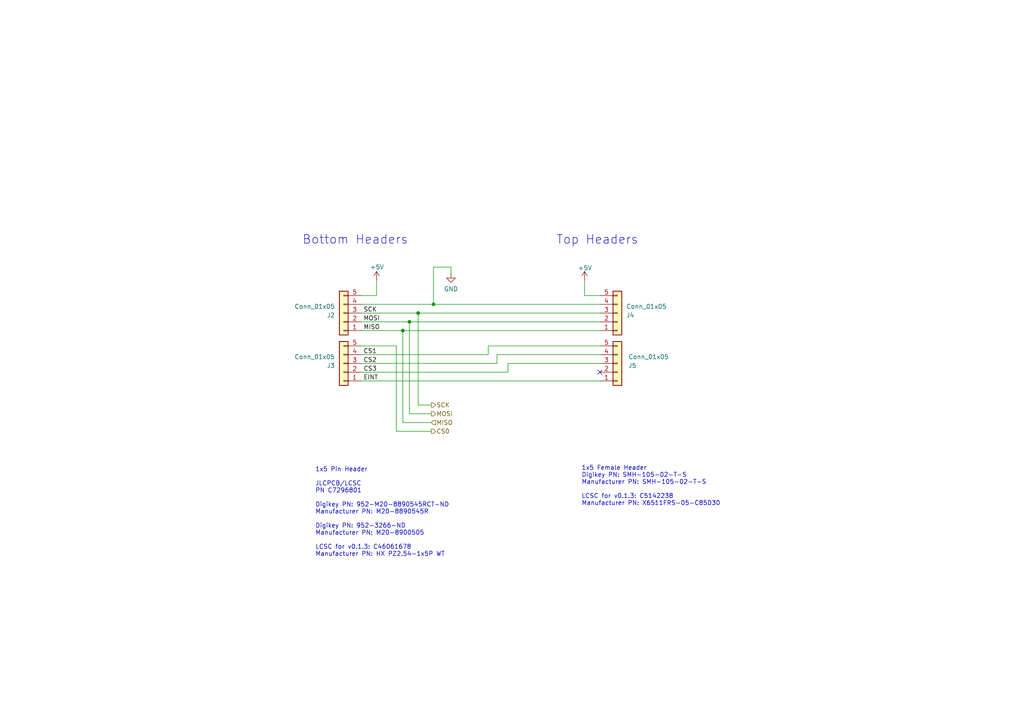
<source format=kicad_sch>
(kicad_sch (version 20250114) (generator "eeschema") (generator_version "9.0")
  (paper "A4")
  (title_block (title "G6 panel 45mm RP2354") (date "2025-11-25") (rev "v0.1.3") (company "IORodeo for Reiserlab @ Janelia"))
  (lib_symbols
    (symbol "Connector_Generic:Conn_01x05" (pin_names (offset 1.016) (hide yes))
      (property "Reference" "J" (at 0 7.62 0))
      (property "Value" "Conn_01x05" (at 0 -7.62 0))
      (symbol "Conn_01x05_1_1"
        (rectangle (start -1.27 6.35) (end 1.27 -6.35) (stroke (width 0.254)) (fill (type background)))
        (rectangle (start -1.27 5.207) (end 0 4.953) (stroke (width 0.1524)))
        (rectangle (start -1.27 2.667) (end 0 2.413) (stroke (width 0.1524)))
        (rectangle (start -1.27 0.127) (end 0 -0.127) (stroke (width 0.1524)))
        (rectangle (start -1.27 -2.413) (end 0 -2.667) (stroke (width 0.1524)))
        (rectangle (start -1.27 -4.953) (end 0 -5.207) (stroke (width 0.1524)))
        (pin passive line (at -5.08 5.08 0) (length 3.81) (name "Pin_1") (number "1"))
        (pin passive line (at -5.08 2.54 0) (length 3.81) (name "Pin_2") (number "2"))
        (pin passive line (at -5.08 0 0) (length 3.81) (name "Pin_3") (number "3"))
        (pin passive line (at -5.08 -2.54 0) (length 3.81) (name "Pin_4") (number "4"))
        (pin passive line (at -5.08 -5.08 0) (length 3.81) (name "Pin_5") (number "5"))
      )
    )
    (symbol "power:+5V" (power) (pin_numbers (hide yes)) (pin_names (offset 0) (hide yes))
      (property "Value" "+5V" (at 0 3.556 0))
      (symbol "+5V_0_1"
        (polyline (pts (xy -0.762 1.27) (xy 0 2.54)))
        (polyline (pts (xy 0 2.54) (xy 0.762 1.27)))
        (polyline (pts (xy 0 0) (xy 0 2.54)))
      )
      (symbol "+5V_1_1"
        (pin power_in line (at 0 0 90) (length 0) (name "~") (number "1"))
      )
    )
    (symbol "power:GND" (power) (pin_numbers (hide yes)) (pin_names (offset 0) (hide yes))
      (property "Value" "GND" (at 0 -3.81 0))
      (symbol "GND_0_1"
        (polyline (pts (xy 0 0) (xy 0 -1.27) (xy 1.27 -1.27) (xy 0 -2.54) (xy -1.27 -1.27) (xy 0 -1.27)))
      )
      (symbol "GND_1_1"
        (pin power_in line (at 0 0 270) (length 0) (name "~") (number "1"))
      )
    )
  )
  (text "1x5 Pin Header\n\nJLCPCB/LCSC\nPN C7296801\n\nDigikey PN: 952-M20-8890545RCT-ND\nManufacturer PN: M20-8890545R\n\nDigikey PN: 952-3266-ND\nManufacturer PN: M20-8900505\n\nLCSC for v0.1.3: C46061678\nManufacturer PN: HX PZ2.54-1x5P WT " (at 91.44 161.544 0) (effects (font (size 1.27 1.27)) (justify left bottom)))
  (text "Top Headers" (at 161.29 71.12 0) (effects (font (size 2.54 2.54)) (justify left bottom)))
  (text "1x5 Female Header\nDigikey PN: SMH-105-02-T-S\nManufacturer PN: SMH-105-02-T-S\n\nLCSC for v0.1.3: C5142238\nManufacturer PN: X6511FRS-05-C85D30" (at 168.656 146.812 0) (effects (font (size 1.27 1.27)) (justify left bottom)))
  (text "Bottom Headers" (at 87.63 71.12 0) (effects (font (size 2.54 2.54)) (justify left bottom)))
  (junction (at 116.84 95.885))
  (junction (at 121.285 90.805))
  (junction (at 125.73 88.265))
  (junction (at 118.745 93.345))
  (no_connect (at 173.99 107.95))
  (wire (pts (xy 114.935 100.33) (xy 104.775 100.33)))
  (wire (pts (xy 125.095 125.095) (xy 114.935 125.095)))
  (wire (pts (xy 104.775 110.49) (xy 173.99 110.49)))
  (wire (pts (xy 121.285 90.805) (xy 121.285 117.475)))
  (wire (pts (xy 125.73 77.47) (xy 130.81 77.47)))
  (wire (pts (xy 125.73 88.265) (xy 125.73 77.47)))
  (wire (pts (xy 173.99 85.725) (xy 169.545 85.725)))
  (wire (pts (xy 141.605 102.87) (xy 141.605 100.33)))
  (wire (pts (xy 116.84 95.885) (xy 116.84 122.555)))
  (wire (pts (xy 116.84 95.885) (xy 173.99 95.885)))
  (wire (pts (xy 144.145 102.87) (xy 173.99 102.87)))
  (wire (pts (xy 121.285 90.805) (xy 173.99 90.805)))
  (wire (pts (xy 118.745 120.015) (xy 125.095 120.015)))
  (wire (pts (xy 125.73 88.265) (xy 173.99 88.265)))
  (wire (pts (xy 104.775 90.805) (xy 121.285 90.805)))
  (wire (pts (xy 104.775 85.725) (xy 109.22 85.725)))
  (wire (pts (xy 130.81 77.47) (xy 130.81 79.375)))
  (wire (pts (xy 118.745 93.345) (xy 173.99 93.345)))
  (wire (pts (xy 116.84 122.555) (xy 125.095 122.555)))
  (wire (pts (xy 104.775 93.345) (xy 118.745 93.345)))
  (wire (pts (xy 141.605 100.33) (xy 173.99 100.33)))
  (wire (pts (xy 104.775 105.41) (xy 144.145 105.41)))
  (wire (pts (xy 147.32 107.95) (xy 147.32 105.41)))
  (wire (pts (xy 144.145 105.41) (xy 144.145 102.87)))
  (wire (pts (xy 114.935 125.095) (xy 114.935 100.33)))
  (wire (pts (xy 147.32 105.41) (xy 173.99 105.41)))
  (wire (pts (xy 104.775 107.95) (xy 147.32 107.95)))
  (wire (pts (xy 169.545 81.28) (xy 169.545 85.725)))
  (wire (pts (xy 104.775 88.265) (xy 125.73 88.265)))
  (wire (pts (xy 104.775 102.87) (xy 141.605 102.87)))
  (wire (pts (xy 121.285 117.475) (xy 125.095 117.475)))
  (wire (pts (xy 109.22 81.28) (xy 109.22 85.725)))
  (wire (pts (xy 104.775 95.885) (xy 116.84 95.885)))
  (wire (pts (xy 118.745 93.345) (xy 118.745 120.015)))
  (label "CS1" (at 105.41 102.87 0))
  (label "MOSI" (at 105.41 93.345 0))
  (label "SCK" (at 105.41 90.805 0))
  (label "CS2" (at 105.41 105.41 0))
  (label "EINT" (at 105.41 110.49 0))
  (label "MISO" (at 105.41 95.885 0))
  (label "CS3" (at 105.41 107.95 0))
  (hierarchical_label "CS0" (shape output) (at 125.095 125.095 0))
  (hierarchical_label "MOSI" (shape output) (at 125.095 120.015 0))
  (hierarchical_label "SCK" (shape output) (at 125.095 117.475 0))
  (hierarchical_label "MISO" (shape input) (at 125.095 122.555 0))
  (symbol (lib_id "power:+5V") (at 169.545 81.28 0) (unit 1)
    (property "Reference" "#PWR0124" (effects (hide yes)))
    (property "Value" "+5V" (at 169.672 77.724 0))
  )
  (symbol (lib_id "power:+5V") (at 109.22 81.28 0) (mirror y) (unit 1)
    (property "Reference" "#PWR0122" (effects (hide yes)))
    (property "Value" "+5V" (at 109.347 77.47 0))
  )
  (symbol (lib_id "power:GND") (at 130.81 79.375 0) (unit 1)
    (property "Reference" "#PWR0123" (effects (hide yes)))
    (property "Value" "GND" (at 130.81 83.82 0))
  )
  (symbol (lib_id "Connector_Generic:Conn_01x05") (at 179.07 105.41 0) (mirror x) (unit 1)
    (property "Reference" "J5" (at 182.245 106.045 0) (effects (justify left)))
    (property "Value" "Conn_01x05" (at 182.245 103.505 0) (effects (justify left)))
    (property "Footprint" "panel_custom:ConnRcpt_1x5_SMH-105-02-X-S" (effects (hide yes)))
    (property "LCSC Part #" "C5142238" (effects (hide yes)))
    (property "LCSC Alternative" "C21116902 " (effects (hide yes)))
  )
  (symbol (lib_id "Connector_Generic:Conn_01x05") (at 99.695 90.805 180) (unit 1)
    (property "Reference" "J2" (at 97.155 91.44 0) (effects (justify left)))
    (property "Value" "Conn_01x05" (at 97.155 88.9 0) (effects (justify left)))
    (property "Footprint" "panel_custom:PinHeader_1x5_M20-8890545R" (effects (hide yes)))
    (property "LCSC Part #" "C46061678" (effects (hide yes)))
    (property "Digikey Part #" "952-M20-8890545RCT-ND" (effects (hide yes)))
    (property "LCSC Alternative" "C7296801" (effects (hide yes)))
  )
  (symbol (lib_id "Connector_Generic:Conn_01x05") (at 179.07 90.805 0) (mirror x) (unit 1)
    (property "Reference" "J4" (at 181.61 91.44 0) (effects (justify left)))
    (property "Value" "Conn_01x05" (at 181.61 88.9 0) (effects (justify left)))
    (property "Footprint" "panel_custom:ConnRcpt_1x5_SMH-105-02-X-S" (effects (hide yes)))
    (property "LCSC Part #" "C5142238" (effects (hide yes)))
    (property "LCSC Alternative" "C21116902" (effects (hide yes)))
  )
  (symbol (lib_id "Connector_Generic:Conn_01x05") (at 99.695 105.41 180) (unit 1)
    (property "Reference" "J3" (at 97.155 106.045 0) (effects (justify left)))
    (property "Value" "Conn_01x05" (at 97.155 103.505 0) (effects (justify left)))
    (property "Footprint" "panel_custom:PinHeader_1x5_M20-8890545R" (effects (hide yes)))
    (property "LCSC Part #" "C46061678" (effects (hide yes)))
    (property "Digikey Part #" "952-M20-8890545RCT-ND" (effects (hide yes)))
    (property "LSCS Alternative" "C7296801" (effects (hide yes)))
  )
)
</source>
